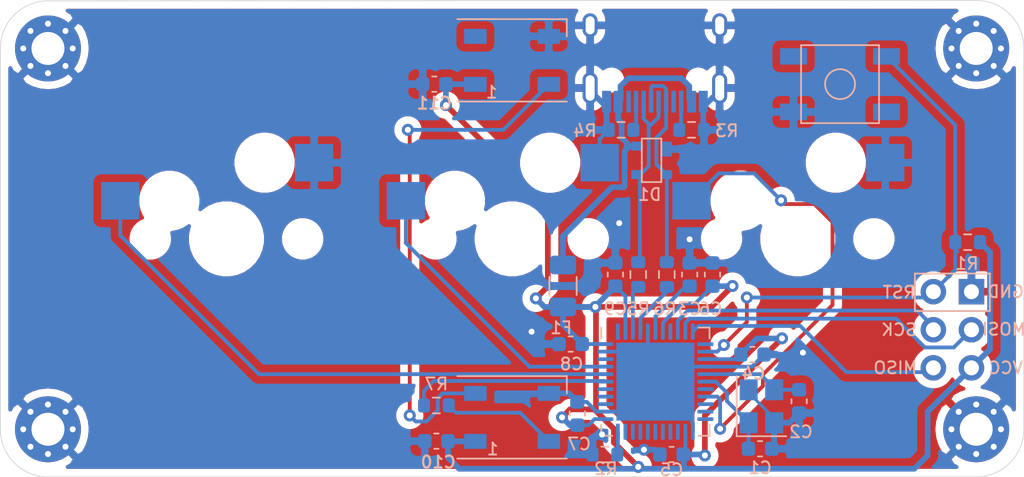
<source format=kicad_pcb>
(kicad_pcb (version 20171130) (host pcbnew "(5.1.9-0-10_14)")
  (layers (0 F.Cu signal hide) (31 B.Cu signal hide) (34 B.Paste user hide) (35 F.Paste user hide) (36 B.SilkS user hide) (37 F.SilkS user hide) (38 B.Mask user) (39 F.Mask user hide) (44 Edge.Cuts user))
  (net 0 "")
  (net 1 GND)
  (net 2 "Net-(C1-Pad1)")
  (net 3 "Net-(C2-Pad1)")
  (net 4 "Net-(C3-Pad1)")
  (net 5 +5V)
  (net 6 VCC)
  (net 7 "Net-(D1-Pad2)")
  (net 8 "Net-(D1-Pad3)")
  (net 9 RST)
  (net 10 MOSI)
  (net 11 SCK)
  (net 12 MISO)
  (net 13 SW1)
  (net 14 SW2)
  (net 15 SW3)
  (net 16 "Net-(R2-Pad2)")
  (net 17 "Net-(R3-Pad1)")
  (net 18 "Net-(R4-Pad1)")
  (net 19 D-)
  (net 20 D+)
  (net 21 "Net-(U1-Pad42)")
  (net 22 "Net-(U1-Pad38)")
  (net 23 "Net-(U1-Pad37)")
  (net 24 "Net-(U1-Pad36)")
  (net 25 "Net-(U1-Pad32)")
  (net 26 "Net-(U1-Pad31)")
  (net 27 "Net-(U1-Pad30)")
  (net 28 "Net-(U1-Pad29)")
  (net 29 "Net-(U1-Pad28)")
  (net 30 "Net-(U1-Pad27)")
  (net 31 "Net-(U1-Pad26)")
  (net 32 "Net-(U1-Pad22)")
  (net 33 "Net-(U1-Pad21)")
  (net 34 "Net-(U1-Pad18)")
  (net 35 "Net-(U1-Pad12)")
  (net 36 "Net-(U1-Pad8)")
  (net 37 "Net-(U1-Pad1)")
  (net 38 "Net-(USB1-Pad3)")
  (net 39 "Net-(USB1-Pad9)")
  (net 40 "Net-(U1-Pad20)")
  (net 41 "Net-(U1-Pad25)")
  (net 42 RGB_DI)
  (net 43 "Net-(D2-Pad2)")
  (net 44 "Net-(D2-Pad4)")
  (net 45 "Net-(D3-Pad2)")
  (module Type-C:HRO-TYPE-C-31-M-12 (layer B.Cu) (at 170.65625 72.85)
    (fp_text reference USB1 hide)
    (fp_text value HRO-TYPE-C-31-M-12 hide)
    (pad 12 smd rect (at 3.225 7.695) (size 0.6 1.45) (layers B.Cu B.Paste B.Mask) (net 1 GND))
    (pad 1 smd rect (at -3.225 7.695) (size 0.6 1.45) (layers B.Cu B.Paste B.Mask) (net 1 GND))
    (pad 11 smd rect (at 2.45 7.695) (size 0.6 1.45) (layers B.Cu B.Paste B.Mask) (net 6 VCC))
    (pad 2 smd rect (at -2.45 7.695) (size 0.6 1.45) (layers B.Cu B.Paste B.Mask) (net 6 VCC))
    (pad 3 smd rect (at -1.75 7.695) (size 0.3 1.45) (layers B.Cu B.Paste B.Mask) (net 38 "Net-(USB1-Pad3)"))
    (pad 10 smd rect (at 1.75 7.695) (size 0.3 1.45) (layers B.Cu B.Paste B.Mask) (net 17 "Net-(R3-Pad1)"))
    (pad 4 smd rect (at -1.25 7.695) (size 0.3 1.45) (layers B.Cu B.Paste B.Mask) (net 18 "Net-(R4-Pad1)"))
    (pad 9 smd rect (at 1.25 7.695) (size 0.3 1.45) (layers B.Cu B.Paste B.Mask) (net 39 "Net-(USB1-Pad9)"))
    (pad 5 smd rect (at -0.75 7.695) (size 0.3 1.45) (layers B.Cu B.Paste B.Mask) (net 8 "Net-(D1-Pad3)"))
    (pad 8 smd rect (at 0.75 7.695) (size 0.3 1.45) (layers B.Cu B.Paste B.Mask) (net 7 "Net-(D1-Pad2)"))
    (pad 7 smd rect (at 0.25 7.695) (size 0.3 1.45) (layers B.Cu B.Paste B.Mask) (net 8 "Net-(D1-Pad3)"))
    (pad 6 smd rect (at -0.25 7.695) (size 0.3 1.45) (layers B.Cu B.Paste B.Mask) (net 7 "Net-(D1-Pad2)"))
    (pad "" np_thru_hole circle (at 2.89 6.25) (size 0.65 0.65) (drill 0.65) (layers *.Cu *.Mask))
    (pad "" np_thru_hole circle (at -2.89 6.25) (size 0.65 0.65) (drill 0.65) (layers *.Cu *.Mask))
    (pad 13 thru_hole oval (at -4.32 6.78) (size 1 2.1) (drill oval 0.6 1.7) (layers *.Cu F.Mask) (net 1 GND))
    (pad 13 thru_hole oval (at 4.32 6.78) (size 1 2.1) (drill oval 0.6 1.7) (layers *.Cu F.Mask) (net 1 GND))
    (pad 13 thru_hole oval (at -4.32 2.6) (size 1 1.6) (drill oval 0.6 1.2) (layers *.Cu F.Mask) (net 1 GND))
    (pad 13 thru_hole oval (at 4.32 2.6) (size 1 1.6) (drill oval 0.6 1.2) (layers *.Cu F.Mask) (net 1 GND))
  )
  (module Package_DFN_QFN:QFN-44-1EP_7x7mm_P0.5mm_EP5.2x5.2mm (layer B.Cu) (at 170.688 99.21875 270)
    (fp_text reference U1 hide)
    (fp_text value ATmega32U4-MU hide)
    (pad 1 smd roundrect (at -3.3375 2.5 270) (size 1.075 0.25) (layers B.Cu B.Paste B.Mask) (net 37 "Net-(U1-Pad1)"))
    (pad 2 smd roundrect (at -3.3375 2 270) (size 1.075 0.25) (layers B.Cu B.Paste B.Mask) (net 5 +5V))
    (pad 3 smd roundrect (at -3.3375 1.5 270) (size 1.075 0.25) (layers B.Cu B.Paste B.Mask) (net 19 D-))
    (pad 4 smd roundrect (at -3.3375 1 270) (size 1.075 0.25) (layers B.Cu B.Paste B.Mask) (net 20 D+))
    (pad 5 smd roundrect (at -3.3375 0.5 270) (size 1.075 0.25) (layers B.Cu B.Paste B.Mask) (net 1 GND))
    (pad 6 smd roundrect (at -3.3375 0 270) (size 1.075 0.25) (layers B.Cu B.Paste B.Mask) (net 4 "Net-(C3-Pad1)"))
    (pad 7 smd roundrect (at -3.3375 -0.5 270) (size 1.075 0.25) (layers B.Cu B.Paste B.Mask) (net 5 +5V))
    (pad 8 smd roundrect (at -3.3375 -1 270) (size 1.075 0.25) (layers B.Cu B.Paste B.Mask) (net 36 "Net-(U1-Pad8)"))
    (pad 9 smd roundrect (at -3.3375 -1.5 270) (size 1.075 0.25) (layers B.Cu B.Paste B.Mask) (net 11 SCK))
    (pad 10 smd roundrect (at -3.3375 -2 270) (size 1.075 0.25) (layers B.Cu B.Paste B.Mask) (net 10 MOSI))
    (pad 11 smd roundrect (at -3.3375 -2.5 270) (size 1.075 0.25) (layers B.Cu B.Paste B.Mask) (net 12 MISO))
    (pad 12 smd roundrect (at -2.5 -3.3375 270) (size 0.25 1.075) (layers B.Cu B.Paste B.Mask) (net 35 "Net-(U1-Pad12)"))
    (pad 13 smd roundrect (at -2 -3.3375 270) (size 0.25 1.075) (layers B.Cu B.Paste B.Mask) (net 9 RST))
    (pad 14 smd roundrect (at -1.5 -3.3375 270) (size 0.25 1.075) (layers B.Cu B.Paste B.Mask) (net 5 +5V))
    (pad 15 smd roundrect (at -1 -3.3375 270) (size 0.25 1.075) (layers B.Cu B.Paste B.Mask) (net 1 GND))
    (pad 16 smd roundrect (at -0.5 -3.3375 270) (size 0.25 1.075) (layers B.Cu B.Paste B.Mask) (net 3 "Net-(C2-Pad1)"))
    (pad 17 smd roundrect (at 0 -3.3375 270) (size 0.25 1.075) (layers B.Cu B.Paste B.Mask) (net 2 "Net-(C1-Pad1)"))
    (pad 18 smd roundrect (at 0.5 -3.3375 270) (size 0.25 1.075) (layers B.Cu B.Paste B.Mask) (net 34 "Net-(U1-Pad18)"))
    (pad 19 smd roundrect (at 1 -3.3375 270) (size 0.25 1.075) (layers B.Cu B.Paste B.Mask) (net 15 SW3))
    (pad 20 smd roundrect (at 1.5 -3.3375 270) (size 0.25 1.075) (layers B.Cu B.Paste B.Mask) (net 40 "Net-(U1-Pad20)"))
    (pad 21 smd roundrect (at 2 -3.3375 270) (size 0.25 1.075) (layers B.Cu B.Paste B.Mask) (net 33 "Net-(U1-Pad21)"))
    (pad 22 smd roundrect (at 2.5 -3.3375 270) (size 0.25 1.075) (layers B.Cu B.Paste B.Mask) (net 32 "Net-(U1-Pad22)"))
    (pad 23 smd roundrect (at 3.3375 -2.5 270) (size 1.075 0.25) (layers B.Cu B.Paste B.Mask) (net 1 GND))
    (pad 24 smd roundrect (at 3.3375 -2 270) (size 1.075 0.25) (layers B.Cu B.Paste B.Mask) (net 5 +5V))
    (pad 25 smd roundrect (at 3.3375 -1.5 270) (size 1.075 0.25) (layers B.Cu B.Paste B.Mask) (net 41 "Net-(U1-Pad25)"))
    (pad 26 smd roundrect (at 3.3375 -1 270) (size 1.075 0.25) (layers B.Cu B.Paste B.Mask) (net 31 "Net-(U1-Pad26)"))
    (pad 27 smd roundrect (at 3.3375 -0.5 270) (size 1.075 0.25) (layers B.Cu B.Paste B.Mask) (net 30 "Net-(U1-Pad27)"))
    (pad 28 smd roundrect (at 3.3375 0 270) (size 1.075 0.25) (layers B.Cu B.Paste B.Mask) (net 29 "Net-(U1-Pad28)"))
    (pad 29 smd roundrect (at 3.3375 0.5 270) (size 1.075 0.25) (layers B.Cu B.Paste B.Mask) (net 28 "Net-(U1-Pad29)"))
    (pad 30 smd roundrect (at 3.3375 1 270) (size 1.075 0.25) (layers B.Cu B.Paste B.Mask) (net 27 "Net-(U1-Pad30)"))
    (pad 31 smd roundrect (at 3.3375 1.5 270) (size 1.075 0.25) (layers B.Cu B.Paste B.Mask) (net 26 "Net-(U1-Pad31)"))
    (pad 32 smd roundrect (at 3.3375 2 270) (size 1.075 0.25) (layers B.Cu B.Paste B.Mask) (net 25 "Net-(U1-Pad32)"))
    (pad 33 smd roundrect (at 3.3375 2.5 270) (size 1.075 0.25) (layers B.Cu B.Paste B.Mask) (net 16 "Net-(R2-Pad2)"))
    (pad 34 smd roundrect (at 2.5 3.3375 270) (size 0.25 1.075) (layers B.Cu B.Paste B.Mask) (net 5 +5V))
    (pad 35 smd roundrect (at 2 3.3375 270) (size 0.25 1.075) (layers B.Cu B.Paste B.Mask) (net 1 GND))
    (pad 36 smd roundrect (at 1.5 3.3375 270) (size 0.25 1.075) (layers B.Cu B.Paste B.Mask) (net 24 "Net-(U1-Pad36)"))
    (pad 37 smd roundrect (at 1 3.3375 270) (size 0.25 1.075) (layers B.Cu B.Paste B.Mask) (net 23 "Net-(U1-Pad37)"))
    (pad 38 smd roundrect (at 0.5 3.3375 270) (size 0.25 1.075) (layers B.Cu B.Paste B.Mask) (net 22 "Net-(U1-Pad38)"))
    (pad 39 smd roundrect (at 0 3.3375 270) (size 0.25 1.075) (layers B.Cu B.Paste B.Mask) (net 42 RGB_DI))
    (pad 40 smd roundrect (at -0.5 3.3375 270) (size 0.25 1.075) (layers B.Cu B.Paste B.Mask) (net 13 SW1))
    (pad 41 smd roundrect (at -1 3.3375 270) (size 0.25 1.075) (layers B.Cu B.Paste B.Mask) (net 14 SW2))
    (pad 42 smd roundrect (at -1.5 3.3375 270) (size 0.25 1.075) (layers B.Cu B.Paste B.Mask) (net 21 "Net-(U1-Pad42)"))
    (pad 43 smd roundrect (at -2 3.3375 270) (size 0.25 1.075) (layers B.Cu B.Paste B.Mask) (net 1 GND))
    (pad 44 smd roundrect (at -2.5 3.3375 270) (size 0.25 1.075) (layers B.Cu B.Paste B.Mask) (net 5 +5V))
    (pad 45 smd rect (at 0 0 270) (size 5.2 5.2) (layers B.Cu B.Mask) (net 1 GND))
  )
  (module Capacitor_SMD:C_0603_1608Metric (layer B.Cu) (at 165.481 101.346 90)
    (fp_text reference C7 (at -2.032 0.127 180) (layer B.SilkS) (effects (font (size 0.8 0.8) (thickness 0.13)) (justify mirror)))
    (fp_text value 0.1uF)
    (pad 2 smd roundrect (at 0.775 0 90) (size 0.9 0.95) (layers B.Cu B.Paste B.Mask) (net 1 GND))
    (pad 1 smd roundrect (at -0.775 0 90) (size 0.9 0.95) (layers B.Cu B.Paste B.Mask) (net 5 +5V))
  )
  (module Crystal:Crystal_SMD_3225-4Pin_3.2x2.5mm (layer B.Cu) (at 177.761 100.8585 90)
    (fp_text reference Y1 hide)
    (fp_text value 16MHz)
    (pad 4 smd rect (at -1.1 0.85 90) (size 1.4 1.2) (layers B.Cu B.Paste B.Mask) (net 1 GND))
    (pad 3 smd rect (at 1.1 0.85 90) (size 1.4 1.2) (layers B.Cu B.Paste B.Mask) (net 3 "Net-(C2-Pad1)"))
    (pad 2 smd rect (at 1.1 -0.85 90) (size 1.4 1.2) (layers B.Cu B.Paste B.Mask) (net 1 GND))
    (pad 1 smd rect (at -1.1 -0.85 90) (size 1.4 1.2) (layers B.Cu B.Paste B.Mask) (net 2 "Net-(C1-Pad1)"))
  )
  (module random-keyboard-parts:SKQG-1155865 (layer B.Cu) (at 183.007 79.375 180)
    (fp_text reference SW1 hide)
    (fp_text value SW_PUSH hide)
    (pad 4 smd rect (at -3.1 -1.85 180) (size 1.8 1.1) (layers B.Cu B.Paste B.Mask))
    (pad 3 smd rect (at 3.1 1.85 180) (size 1.8 1.1) (layers B.Cu B.Paste B.Mask))
    (pad 2 smd rect (at -3.1 1.85 180) (size 1.8 1.1) (layers B.Cu B.Paste B.Mask) (net 9 RST))
    (pad 1 smd rect (at 3.1 -1.85 180) (size 1.8 1.1) (layers B.Cu B.Paste B.Mask) (net 1 GND))
  )
  (module Resistor_SMD:R_0603_1608Metric (layer B.Cu) (at 171.45 92.075 90)
    (fp_text reference R6 (at -2.286 -0.127 180) (layer B.SilkS) (effects (font (size 0.8 0.8) (thickness 0.13)) (justify mirror)))
    (fp_text value 22)
    (pad 2 smd roundrect (at 0.825 0 90) (size 0.8 0.95) (layers B.Cu B.Paste B.Mask) (net 7 "Net-(D1-Pad2)"))
    (pad 1 smd roundrect (at -0.825 0 90) (size 0.8 0.95) (layers B.Cu B.Paste B.Mask) (net 20 D+))
  )
  (module Resistor_SMD:R_0603_1608Metric (layer B.Cu) (at 169.545 92.075 90)
    (fp_text reference R5 (at -2.286 0 180) (layer B.SilkS) (effects (font (size 0.8 0.8) (thickness 0.13)) (justify mirror)))
    (fp_text value 22)
    (pad 2 smd roundrect (at 0.825 0 90) (size 0.8 0.95) (layers B.Cu B.Paste B.Mask) (net 8 "Net-(D1-Pad3)"))
    (pad 1 smd roundrect (at -0.825 0 90) (size 0.8 0.95) (layers B.Cu B.Paste B.Mask) (net 19 D-))
  )
  (module Resistor_SMD:R_0603_1608Metric (layer B.Cu) (at 168.402 82.423 180)
    (fp_text reference R4 (at 2.413 -0.0635) (layer B.SilkS) (effects (font (size 0.8 0.8) (thickness 0.13)) (justify mirror)))
    (fp_text value 5.1k)
    (pad 2 smd roundrect (at 0.825 0 180) (size 0.8 0.95) (layers B.Cu B.Paste B.Mask) (net 1 GND))
    (pad 1 smd roundrect (at -0.825 0 180) (size 0.8 0.95) (layers B.Cu B.Paste B.Mask) (net 18 "Net-(R4-Pad1)"))
  )
  (module Resistor_SMD:R_0603_1608Metric (layer B.Cu) (at 173.101 82.423)
    (fp_text reference R3 (at 2.3495 0.0635) (layer B.SilkS) (effects (font (size 0.8 0.8) (thickness 0.13)) (justify mirror)))
    (fp_text value 5.1k)
    (pad 2 smd roundrect (at 0.825 0) (size 0.8 0.95) (layers B.Cu B.Paste B.Mask) (net 1 GND))
    (pad 1 smd roundrect (at -0.825 0) (size 0.8 0.95) (layers B.Cu B.Paste B.Mask) (net 17 "Net-(R3-Pad1)"))
  )
  (module Resistor_SMD:R_0603_1608Metric (layer B.Cu) (at 167.3225 104.0765)
    (fp_text reference R2 (at 0.0635 0.9525) (layer B.SilkS) (effects (font (size 0.8 0.8) (thickness 0.13)) (justify mirror)))
    (fp_text value 10k)
    (pad 2 smd roundrect (at 0.825 0) (size 0.8 0.95) (layers B.Cu B.Paste B.Mask) (net 16 "Net-(R2-Pad2)"))
    (pad 1 smd roundrect (at -0.825 0) (size 0.8 0.95) (layers B.Cu B.Paste B.Mask) (net 1 GND))
  )
  (module Resistor_SMD:R_0603_1608Metric (layer B.Cu) (at 191.516 89.916 180)
    (fp_text reference R1 (at 0.0508 -1.4224) (layer B.SilkS) (effects (font (size 0.8 0.8) (thickness 0.13)) (justify mirror)))
    (fp_text value 10k)
    (pad 2 smd roundrect (at 0.825 0 180) (size 0.8 0.95) (layers B.Cu B.Paste B.Mask) (net 9 RST))
    (pad 1 smd roundrect (at -0.825 0 180) (size 0.8 0.95) (layers B.Cu B.Paste B.Mask) (net 5 +5V))
  )
  (module random-keyboard-parts:Reset_Pretty-Mask (layer B.Cu) (at 190.5 95.758)
    (fp_text reference J1)
    (fp_text value AVR-ISP-6)
    (fp_text user MISO (at -3.81 2.54) (layer B.SilkS) (effects (font (size 0.8 0.8) (thickness 0.13)) (justify mirror)))
    (fp_text user VCC (at 3.556 2.54) (layer B.SilkS) (effects (font (size 0.8 0.8) (thickness 0.13)) (justify mirror)))
    (fp_text user SCK (at -3.556 0) (layer B.SilkS) (effects (font (size 0.8 0.8) (thickness 0.13)) (justify mirror)))
    (fp_text user MOSI (at 3.429 -0.03175) (layer B.SilkS) (effects (font (size 0.8 0.8) (thickness 0.13)) (justify mirror)))
    (fp_text user RST (at -3.556 -2.5) (layer B.SilkS) (effects (font (size 0.8 0.8) (thickness 0.13)) (justify mirror)))
    (fp_text user GND (at 3.556 -2.54) (layer B.SilkS) (effects (font (size 0.8 0.8) (thickness 0.13)) (justify mirror)))
    (pad 6 thru_hole rect (at 1.27 -2.54) (size 1.7 1.7) (drill 1) (layers *.Cu B.Mask) (net 1 GND))
    (pad 5 thru_hole circle (at -1.27 -2.54) (size 1.7 1.7) (drill 1) (layers *.Cu B.Mask) (net 9 RST))
    (pad 4 thru_hole circle (at 1.27 0) (size 1.7 1.7) (drill 1) (layers *.Cu B.Mask) (net 10 MOSI))
    (pad 3 thru_hole circle (at -1.27 0) (size 1.7 1.7) (drill 1) (layers *.Cu B.Mask) (net 11 SCK))
    (pad 2 thru_hole circle (at 1.27 2.54) (size 1.7 1.7) (drill 1) (layers *.Cu B.Mask) (net 5 +5V))
    (pad 1 thru_hole circle (at -1.27 2.54) (size 1.7 1.7) (drill 1) (layers *.Cu B.Mask) (net 12 MISO))
  )
  (module Fuse:Fuse_1206_3216Metric (layer B.Cu) (at 164.5285 92.837 270)
    (fp_text reference F1 (at 2.794 0.127 180) (layer B.SilkS) (effects (font (size 0.8 0.8) (thickness 0.13)) (justify mirror)))
    (fp_text value 500mA)
    (pad 2 smd roundrect (at 1.4 0 270) (size 1.25 1.75) (layers B.Cu B.Paste B.Mask) (roundrect_rratio 0.2) (net 5 +5V))
    (pad 1 smd roundrect (at -1.4 0 270) (size 1.25 1.75) (layers B.Cu B.Paste B.Mask) (roundrect_rratio 0.2) (net 6 VCC))
  )
  (module random-keyboard-parts:SOT143B (layer B.Cu) (at 170.434 84.455 180)
    (fp_text reference D1 (at 0.127 -2.286) (layer B.SilkS) (effects (font (size 0.8 0.8) (thickness 0.13)) (justify mirror)))
    (fp_text value PRTR5V0U2X)
    (pad 1 smd rect (at -1 0.75 270) (size 1 0.7) (layers B.Cu B.Paste B.Mask) (net 1 GND))
    (pad 4 smd rect (at 1 0.95 270) (size 0.6 0.7) (layers B.Cu B.Paste B.Mask) (net 6 VCC))
    (pad 2 smd rect (at -1 -0.95 270) (size 0.6 0.7) (layers B.Cu B.Paste B.Mask) (net 7 "Net-(D1-Pad2)"))
    (pad 3 smd rect (at 1 -0.95 270) (size 0.6 0.7) (layers B.Cu B.Paste B.Mask) (net 8 "Net-(D1-Pad3)"))
  )
  (module Capacitor_SMD:C_0603_1608Metric (layer B.Cu) (at 165.0365 96.7105 180)
    (fp_text reference C8 (at -0.0635 -1.3335) (layer B.SilkS) (effects (font (size 0.8 0.8) (thickness 0.13)) (justify mirror)))
    (fp_text value 0.1uF)
    (pad 2 smd roundrect (at 0.775 0 180) (size 0.9 0.95) (layers B.Cu B.Paste B.Mask) (net 1 GND))
    (pad 1 smd roundrect (at -0.775 0 180) (size 0.9 0.95) (layers B.Cu B.Paste B.Mask) (net 5 +5V))
  )
  (module Capacitor_SMD:C_0603_1608Metric (layer B.Cu) (at 174.498 92.075 90)
    (fp_text reference C6 (at -2.286 -0.127 180) (layer B.SilkS) (effects (font (size 0.8 0.8) (thickness 0.13)) (justify mirror)))
    (fp_text value 0.1uF)
    (pad 2 smd roundrect (at 0.775 0 90) (size 0.9 0.95) (layers B.Cu B.Paste B.Mask) (net 1 GND))
    (pad 1 smd roundrect (at -0.775 0 90) (size 0.9 0.95) (layers B.Cu B.Paste B.Mask) (net 5 +5V))
  )
  (module Capacitor_SMD:C_0603_1608Metric (layer B.Cu) (at 171.7675 104.0765 180)
    (fp_text reference C5 (at 0 -1.016) (layer B.SilkS) (effects (font (size 0.8 0.8) (thickness 0.13)) (justify mirror)))
    (fp_text value 0.1uF)
    (pad 2 smd roundrect (at 0.775 0 180) (size 0.9 0.95) (layers B.Cu B.Paste B.Mask) (net 1 GND))
    (pad 1 smd roundrect (at -0.775 0 180) (size 0.9 0.95) (layers B.Cu B.Paste B.Mask) (net 5 +5V))
  )
  (module Capacitor_SMD:C_0603_1608Metric (layer B.Cu) (at 172.974 92.075 90)
    (fp_text reference C3 (at -2.286 0 180) (layer B.SilkS) (effects (font (size 0.8 0.8) (thickness 0.13)) (justify mirror)))
    (fp_text value 1uF)
    (pad 2 smd roundrect (at 0.775 0 90) (size 0.9 0.95) (layers B.Cu B.Paste B.Mask) (net 1 GND))
    (pad 1 smd roundrect (at -0.775 0 90) (size 0.9 0.95) (layers B.Cu B.Paste B.Mask) (net 4 "Net-(C3-Pad1)"))
  )
  (module Capacitor_SMD:C_0603_1608Metric (layer B.Cu) (at 180.2765 100.5335 270)
    (fp_text reference C2 (at 2.032 -0.127 180) (layer B.SilkS) (effects (font (size 0.8 0.8) (thickness 0.13)) (justify mirror)))
    (fp_text value 22pF)
    (pad 2 smd roundrect (at 0.775 0 270) (size 0.9 0.95) (layers B.Cu B.Paste B.Mask) (net 1 GND))
    (pad 1 smd roundrect (at -0.775 0 270) (size 0.9 0.95) (layers B.Cu B.Paste B.Mask) (net 3 "Net-(C2-Pad1)"))
  )
  (module Capacitor_SMD:C_0603_1608Metric (layer B.Cu) (at 177.673 103.6955)
    (fp_text reference C1 (at 0 1.27) (layer B.SilkS) (effects (font (size 0.8 0.8) (thickness 0.13)) (justify mirror)))
    (fp_text value 22pF)
    (pad 2 smd roundrect (at 0.775 0) (size 0.9 0.95) (layers B.Cu B.Paste B.Mask) (net 1 GND))
    (pad 1 smd roundrect (at -0.775 0) (size 0.9 0.95) (layers B.Cu B.Paste B.Mask) (net 2 "Net-(C1-Pad1)"))
  )
  (module MX_Only:MXOnly-1U-Hotswap (layer F.Cu) (at 142.08125 89.69375)
    (fp_text reference MX1 hide)
    (fp_text value MX-NoLED hide)
    (pad "" np_thru_hole circle (at 2.54 -5.08) (size 3 3) (drill 3) (layers *.Cu *.Mask))
    (pad "" np_thru_hole circle (at 0 0) (size 3.9878 3.9878) (drill 3.9878) (layers *.Cu *.Mask))
    (pad "" np_thru_hole circle (at -3.81 -2.54) (size 3 3) (drill 3) (layers *.Cu *.Mask))
    (pad "" np_thru_hole circle (at -5.08 0 48.0996) (size 1.75 1.75) (drill 1.75) (layers *.Cu *.Mask))
    (pad "" np_thru_hole circle (at 5.08 0 48.0996) (size 1.75 1.75) (drill 1.75) (layers *.Cu *.Mask))
    (pad 1 smd rect (at -7.085 -2.54) (size 2.55 2.5) (layers B.Cu B.Paste B.Mask) (net 13 SW1))
    (pad 2 smd rect (at 5.842 -5.08) (size 2.55 2.5) (layers B.Cu B.Paste B.Mask) (net 1 GND))
  )
  (module MX_Only:MXOnly-1U-Hotswap (layer F.Cu) (at 161.13125 89.69375)
    (fp_text reference MX2 hide)
    (fp_text value MX-NoLED hide)
    (pad 2 smd rect (at 5.842 -5.08) (size 2.55 2.5) (layers B.Cu B.Paste B.Mask) (net 1 GND))
    (pad 1 smd rect (at -7.085 -2.54) (size 2.55 2.5) (layers B.Cu B.Paste B.Mask) (net 14 SW2))
    (pad "" np_thru_hole circle (at 5.08 0 48.0996) (size 1.75 1.75) (drill 1.75) (layers *.Cu *.Mask))
    (pad "" np_thru_hole circle (at -5.08 0 48.0996) (size 1.75 1.75) (drill 1.75) (layers *.Cu *.Mask))
    (pad "" np_thru_hole circle (at -3.81 -2.54) (size 3 3) (drill 3) (layers *.Cu *.Mask))
    (pad "" np_thru_hole circle (at 0 0) (size 3.9878 3.9878) (drill 3.9878) (layers *.Cu *.Mask))
    (pad "" np_thru_hole circle (at 2.54 -5.08) (size 3 3) (drill 3) (layers *.Cu *.Mask))
  )
  (module MX_Only:MXOnly-1U-Hotswap (layer F.Cu) (at 180.18125 89.69375)
    (fp_text reference MX3 hide)
    (fp_text value MX-NoLED hide)
    (pad "" np_thru_hole circle (at 2.54 -5.08) (size 3 3) (drill 3) (layers *.Cu *.Mask))
    (pad "" np_thru_hole circle (at 0 0) (size 3.9878 3.9878) (drill 3.9878) (layers *.Cu *.Mask))
    (pad "" np_thru_hole circle (at -3.81 -2.54) (size 3 3) (drill 3) (layers *.Cu *.Mask))
    (pad "" np_thru_hole circle (at -5.08 0 48.0996) (size 1.75 1.75) (drill 1.75) (layers *.Cu *.Mask))
    (pad "" np_thru_hole circle (at 5.08 0 48.0996) (size 1.75 1.75) (drill 1.75) (layers *.Cu *.Mask))
    (pad 1 smd rect (at -7.085 -2.54) (size 2.55 2.5) (layers B.Cu B.Paste B.Mask) (net 15 SW3))
    (pad 2 smd rect (at 5.842 -5.08) (size 2.55 2.5) (layers B.Cu B.Paste B.Mask) (net 1 GND))
  )
  (module Capacitor_SMD:C_0603_1608Metric (layer B.Cu) (at 168.021 92.075 90)
    (fp_text reference C9 (at -2.286 0 180) (layer B.SilkS) (effects (font (size 0.8 0.8) (thickness 0.13)) (justify mirror)))
    (fp_text value 10uF)
    (pad 1 smd roundrect (at -0.775 0 90) (size 0.9 0.95) (layers B.Cu B.Paste B.Mask) (net 5 +5V))
    (pad 2 smd roundrect (at 0.775 0 90) (size 0.9 0.95) (layers B.Cu B.Paste B.Mask) (net 1 GND))
  )
  (module LED_SMD:LED_WS2812B_PLCC4_5.0x5.0mm_P3.2mm (layer B.Cu) (at 161.13125 101.6)
    (fp_text reference D2 hide)
    (fp_text value WS2812B hide)
    (fp_text user 1 (at -1.2965 2.11475) (layer B.SilkS) (effects (font (size 0.8 0.8) (thickness 0.13)) (justify mirror)))
    (pad 1 smd rect (at -2.45 1.6) (size 1.5 1) (layers B.Cu B.Paste B.Mask) (net 5 +5V))
    (pad 2 smd rect (at -2.45 -1.6) (size 1.5 1) (layers B.Cu B.Paste B.Mask) (net 43 "Net-(D2-Pad2)"))
    (pad 4 smd rect (at 2.45 1.6) (size 1.5 1) (layers B.Cu B.Paste B.Mask) (net 44 "Net-(D2-Pad4)"))
    (pad 3 smd rect (at 2.45 -1.6) (size 1.5 1) (layers B.Cu B.Paste B.Mask) (net 1 GND))
  )
  (module LED_SMD:LED_WS2812B_PLCC4_5.0x5.0mm_P3.2mm (layer B.Cu) (at 161.13125 77.7875)
    (fp_text reference D3 hide)
    (fp_text value WS2812B hide)
    (fp_text user 1 (at -1.36525 2.12725) (layer B.SilkS) (effects (font (size 0.8 0.8) (thickness 0.13)) (justify mirror)))
    (pad 3 smd rect (at 2.45 -1.6) (size 1.5 1) (layers B.Cu B.Paste B.Mask) (net 1 GND))
    (pad 4 smd rect (at 2.45 1.6) (size 1.5 1) (layers B.Cu B.Paste B.Mask) (net 43 "Net-(D2-Pad2)"))
    (pad 2 smd rect (at -2.45 -1.6) (size 1.5 1) (layers B.Cu B.Paste B.Mask) (net 45 "Net-(D3-Pad2)"))
    (pad 1 smd rect (at -2.45 1.6) (size 1.5 1) (layers B.Cu B.Paste B.Mask) (net 5 +5V))
  )
  (module Resistor_SMD:R_0603_1608Metric (layer B.Cu) (at 156.083 100.80625 180)
    (fp_text reference R7 (at 0 1.43) (layer B.SilkS) (effects (font (size 0.8 0.8) (thickness 0.13)) (justify mirror)))
    (fp_text value 470)
    (pad 1 smd roundrect (at -0.825 0 180) (size 0.8 0.95) (layers B.Cu B.Paste B.Mask) (net 44 "Net-(D2-Pad4)"))
    (pad 2 smd roundrect (at 0.825 0 180) (size 0.8 0.95) (layers B.Cu B.Paste B.Mask) (net 42 RGB_DI))
  )
  (module Capacitor_SMD:C_0603_1608Metric (layer B.Cu) (at 156.083 103.1875 180)
    (fp_text reference C10 (at -0.127 -1.397) (layer B.SilkS) (effects (font (size 0.8 0.8)) (justify mirror)))
    (fp_text value 0.1uF)
    (pad 1 smd roundrect (at -0.775 0 180) (size 0.9 0.95) (layers B.Cu B.Paste B.Mask) (net 5 +5V))
    (pad 2 smd roundrect (at 0.775 0 180) (size 0.9 0.95) (layers B.Cu B.Paste B.Mask) (net 1 GND))
  )
  (module Capacitor_SMD:C_0603_1608Metric (layer B.Cu) (at 155.943 79.375 180)
    (fp_text reference C11 (at 0 -1.27) (layer B.SilkS) (effects (font (size 0.8 0.8)) (justify mirror)))
    (fp_text value 0.1uF)
    (pad 2 smd roundrect (at 0.775 0 180) (size 0.9 0.95) (layers B.Cu B.Paste B.Mask) (net 1 GND))
    (pad 1 smd roundrect (at -0.775 0 180) (size 0.9 0.95) (layers B.Cu B.Paste B.Mask) (net 5 +5V))
  )
  (module Capacitor_SMD:C_0603_1608Metric (layer B.Cu) (at 177.165 97.409)
    (fp_text reference C4 (at 0.0635 1.27) (layer B.SilkS) (effects (font (size 0.8 0.8)) (justify mirror)))
    (fp_text value 0.1uF)
    (pad 1 smd roundrect (at -0.775 0) (size 0.9 0.95) (layers B.Cu B.Paste B.Mask) (net 5 +5V))
    (pad 2 smd roundrect (at 0.775 0) (size 0.9 0.95) (layers B.Cu B.Paste B.Mask) (net 1 GND))
  )
  (module MountingHole:MountingHole_2.2mm_M2_Pad_Via (layer F.Cu) (at 130.175 76.99375)
    (fp_text reference H1 hide)
    (fp_text value MountingHole)
    (pad 1 thru_hole circle (at 0 0) (size 4.4 4.4) (drill 2.2) (layers *.Cu *.Mask) (net 1 GND))
    (pad 1 thru_hole circle (at 1.65 0) (size 0.7 0.7) (drill 0.4) (layers *.Cu *.Mask) (net 1 GND))
    (pad 1 thru_hole circle (at 1.166726 1.166726) (size 0.7 0.7) (drill 0.4) (layers *.Cu *.Mask) (net 1 GND))
    (pad 1 thru_hole circle (at 0 1.65) (size 0.7 0.7) (drill 0.4) (layers *.Cu *.Mask) (net 1 GND))
    (pad 1 thru_hole circle (at -1.166726 1.166726) (size 0.7 0.7) (drill 0.4) (layers *.Cu *.Mask) (net 1 GND))
    (pad 1 thru_hole circle (at -1.65 0) (size 0.7 0.7) (drill 0.4) (layers *.Cu *.Mask) (net 1 GND))
    (pad 1 thru_hole circle (at -1.166726 -1.166726) (size 0.7 0.7) (drill 0.4) (layers *.Cu *.Mask) (net 1 GND))
    (pad 1 thru_hole circle (at 0 -1.65) (size 0.7 0.7) (drill 0.4) (layers *.Cu *.Mask) (net 1 GND))
    (pad 1 thru_hole circle (at 1.166726 -1.166726) (size 0.7 0.7) (drill 0.4) (layers *.Cu *.Mask) (net 1 GND))
  )
  (module MountingHole:MountingHole_2.2mm_M2_Pad_Via (layer F.Cu) (at 130.175 102.39375)
    (fp_text reference H2 hide)
    (fp_text value MountingHole)
    (pad 1 thru_hole circle (at 1.166726 -1.166726) (size 0.7 0.7) (drill 0.4) (layers *.Cu *.Mask) (net 1 GND))
    (pad 1 thru_hole circle (at 0 -1.65) (size 0.7 0.7) (drill 0.4) (layers *.Cu *.Mask) (net 1 GND))
    (pad 1 thru_hole circle (at -1.166726 -1.166726) (size 0.7 0.7) (drill 0.4) (layers *.Cu *.Mask) (net 1 GND))
    (pad 1 thru_hole circle (at -1.65 0) (size 0.7 0.7) (drill 0.4) (layers *.Cu *.Mask) (net 1 GND))
    (pad 1 thru_hole circle (at -1.166726 1.166726) (size 0.7 0.7) (drill 0.4) (layers *.Cu *.Mask) (net 1 GND))
    (pad 1 thru_hole circle (at 0 1.65) (size 0.7 0.7) (drill 0.4) (layers *.Cu *.Mask) (net 1 GND))
    (pad 1 thru_hole circle (at 1.166726 1.166726) (size 0.7 0.7) (drill 0.4) (layers *.Cu *.Mask) (net 1 GND))
    (pad 1 thru_hole circle (at 1.65 0) (size 0.7 0.7) (drill 0.4) (layers *.Cu *.Mask) (net 1 GND))
    (pad 1 thru_hole circle (at 0 0) (size 4.4 4.4) (drill 2.2) (layers *.Cu *.Mask) (net 1 GND))
  )
  (module MountingHole:MountingHole_2.2mm_M2_Pad_Via (layer F.Cu) (at 192.0875 76.99375)
    (fp_text reference H3 hide)
    (fp_text value MountingHole)
    (pad 1 thru_hole circle (at 0 0) (size 4.4 4.4) (drill 2.2) (layers *.Cu *.Mask) (net 1 GND))
    (pad 1 thru_hole circle (at 1.65 0) (size 0.7 0.7) (drill 0.4) (layers *.Cu *.Mask) (net 1 GND))
    (pad 1 thru_hole circle (at 1.166726 1.166726) (size 0.7 0.7) (drill 0.4) (layers *.Cu *.Mask) (net 1 GND))
    (pad 1 thru_hole circle (at 0 1.65) (size 0.7 0.7) (drill 0.4) (layers *.Cu *.Mask) (net 1 GND))
    (pad 1 thru_hole circle (at -1.166726 1.166726) (size 0.7 0.7) (drill 0.4) (layers *.Cu *.Mask) (net 1 GND))
    (pad 1 thru_hole circle (at -1.65 0) (size 0.7 0.7) (drill 0.4) (layers *.Cu *.Mask) (net 1 GND))
    (pad 1 thru_hole circle (at -1.166726 -1.166726) (size 0.7 0.7) (drill 0.4) (layers *.Cu *.Mask) (net 1 GND))
    (pad 1 thru_hole circle (at 0 -1.65) (size 0.7 0.7) (drill 0.4) (layers *.Cu *.Mask) (net 1 GND))
    (pad 1 thru_hole circle (at 1.166726 -1.166726) (size 0.7 0.7) (drill 0.4) (layers *.Cu *.Mask) (net 1 GND))
  )
  (module MountingHole:MountingHole_2.2mm_M2_Pad_Via (layer F.Cu) (at 192.0875 102.39375)
    (fp_text reference H4 hide)
    (fp_text value MountingHole)
    (pad 1 thru_hole circle (at 1.166726 -1.166726) (size 0.7 0.7) (drill 0.4) (layers *.Cu *.Mask) (net 1 GND))
    (pad 1 thru_hole circle (at 0 -1.65) (size 0.7 0.7) (drill 0.4) (layers *.Cu *.Mask) (net 1 GND))
    (pad 1 thru_hole circle (at -1.166726 -1.166726) (size 0.7 0.7) (drill 0.4) (layers *.Cu *.Mask) (net 1 GND))
    (pad 1 thru_hole circle (at -1.65 0) (size 0.7 0.7) (drill 0.4) (layers *.Cu *.Mask) (net 1 GND))
    (pad 1 thru_hole circle (at -1.166726 1.166726) (size 0.7 0.7) (drill 0.4) (layers *.Cu *.Mask) (net 1 GND))
    (pad 1 thru_hole circle (at 0 1.65) (size 0.7 0.7) (drill 0.4) (layers *.Cu *.Mask) (net 1 GND))
    (pad 1 thru_hole circle (at 1.166726 1.166726) (size 0.7 0.7) (drill 0.4) (layers *.Cu *.Mask) (net 1 GND))
    (pad 1 thru_hole circle (at 1.65 0) (size 0.7 0.7) (drill 0.4) (layers *.Cu *.Mask) (net 1 GND))
    (pad 1 thru_hole circle (at 0 0) (size 4.4 4.4) (drill 2.2) (layers *.Cu *.Mask) (net 1 GND))
  )
  (gr_arc (start 192.0875 76.962) (end 195.2625 76.962) (angle -90) (layer Edge.Cuts) (width 0.05))
  (gr_line (start 130.175 73.81875) (end 192.0875 73.787) (layer Edge.Cuts) (width 0.05))
  (gr_arc (start 130.175 76.99375) (end 130.175 73.81875) (angle -90) (layer Edge.Cuts) (width 0.05))
  (gr_line (start 195.2625 102.39375) (end 195.2625 76.962) (layer Edge.Cuts) (width 0.05))
  (gr_line (start 130.175 105.56875) (end 192.0875 105.56875) (layer Edge.Cuts) (width 0.05))
  (gr_line (start 127 76.99375) (end 127 102.39375) (layer Edge.Cuts) (width 0.05))
  (gr_arc (start 130.175 102.39375) (end 127 102.39375) (angle -90) (layer Edge.Cuts) (width 0.05))
  (gr_arc (start 192.0875 102.39375) (end 192.0875 105.56875) (angle -90) (layer Edge.Cuts) (width 0.05))
  (segment (start 173.88125 80.72) (end 173.99 80.82875) (width 0.38) (layer B.Cu) (net 1))
  (via (at 162.433 95.885) (size 0.8) (drill 0.4) (layers F.Cu B.Cu) (net 1))
  (segment (start 182.587 99.76) (end 182.587 100.16) (width 0.254) (layer B.Cu) (net 1))
  (segment (start 170.188 98.71875) (end 170.688 99.21875) (width 0.254) (layer B.Cu) (net 1))
  (segment (start 170.188 95.88125) (end 170.188 98.71875) (width 0.254) (layer B.Cu) (net 1))
  (segment (start 167.43125 80.72) (end 167.386 80.76525) (width 0.38) (layer B.Cu) (net 1))
  (segment (start 167.25125 80.72) (end 166.33625 79.805) (width 0.381) (layer B.Cu) (net 1))
  (segment (start 167.43125 80.72) (end 167.25125 80.72) (width 0.381) (layer B.Cu) (net 1))
  (segment (start 174.06125 80.72) (end 174.97625 79.805) (width 0.381) (layer B.Cu) (net 1))
  (segment (start 173.88125 80.72) (end 174.06125 80.72) (width 0.381) (layer B.Cu) (net 1))
  (segment (start 168.688 101.21875) (end 170.688 99.21875) (width 0.254) (layer B.Cu) (net 1))
  (segment (start 167.3505 101.21875) (end 168.688 101.21875) (width 0.254) (layer B.Cu) (net 1))
  (segment (start 173.14001 101.67076) (end 170.688 99.21875) (width 0.254) (layer B.Cu) (net 1))
  (segment (start 173.14001 101.921612) (end 173.14001 101.67076) (width 0.254) (layer B.Cu) (net 1))
  (segment (start 173.188 101.969602) (end 173.14001 101.921612) (width 0.254) (layer B.Cu) (net 1))
  (segment (start 173.188 102.55625) (end 173.188 101.969602) (width 0.254) (layer B.Cu) (net 1))
  (segment (start 171.688 98.21875) (end 170.688 99.21875) (width 0.254) (layer B.Cu) (net 1))
  (segment (start 174.0255 98.21875) (end 171.688 98.21875) (width 0.254) (layer B.Cu) (net 1))
  (segment (start 168.73599 97.26674) (end 170.688 99.21875) (width 0.254) (layer B.Cu) (net 1))
  (segment (start 167.3505 97.21875) (end 167.44975 97.21875) (width 0.254) (layer B.Cu) (net 1))
  (segment (start 166.97325 83.02675) (end 167.577 82.423) (width 0.254) (layer B.Cu) (net 1))
  (segment (start 166.97325 84.61375) (end 166.97325 83.02675) (width 0.254) (layer B.Cu) (net 1))
  (segment (start 168.688 97.21875) (end 170.688 99.21875) (width 0.254) (layer B.Cu) (net 1))
  (segment (start 167.3505 97.21875) (end 168.688 97.21875) (width 0.254) (layer B.Cu) (net 1))
  (segment (start 166.105 75.39375) (end 166.33625 75.625) (width 0.381) (layer B.Cu) (net 1))
  (via (at 169.926 103.759) (size 0.8) (drill 0.4) (layers F.Cu B.Cu) (net 1))
  (segment (start 170.675 103.759) (end 170.9925 104.0765) (width 0.381) (layer B.Cu) (net 1))
  (segment (start 164.91 100) (end 163.58125 100) (width 0.381) (layer B.Cu) (net 1))
  (segment (start 166.762148 101.21875) (end 166.114398 100.571) (width 0.254) (layer B.Cu) (net 1))
  (segment (start 165.481 100.571) (end 164.91 100) (width 0.381) (layer B.Cu) (net 1))
  (segment (start 167.3505 101.21875) (end 166.762148 101.21875) (width 0.254) (layer B.Cu) (net 1))
  (segment (start 166.114398 100.571) (end 165.481 100.571) (width 0.254) (layer B.Cu) (net 1))
  (segment (start 179.6265 101.9585) (end 180.2765 101.3085) (width 0.381) (layer B.Cu) (net 1))
  (segment (start 178.611 101.9585) (end 179.6265 101.9585) (width 0.381) (layer B.Cu) (net 1))
  (segment (start 178.611 103.5325) (end 178.448 103.6955) (width 0.381) (layer B.Cu) (net 1))
  (segment (start 178.611 101.9585) (end 178.611 103.5325) (width 0.381) (layer B.Cu) (net 1))
  (segment (start 178.611 101.655598) (end 178.611 101.9585) (width 0.381) (layer B.Cu) (net 1))
  (segment (start 176.911 99.955598) (end 178.611 101.655598) (width 0.2032) (layer B.Cu) (net 1))
  (segment (start 176.911 99.7585) (end 176.911 99.955598) (width 0.381) (layer B.Cu) (net 1))
  (via (at 168.275 88.646) (size 0.8) (drill 0.4) (layers F.Cu B.Cu) (net 1))
  (segment (start 169.926 103.759) (end 170.675 103.759) (width 0.381) (layer B.Cu) (net 1))
  (via (at 172.974 89.7255) (size 0.8) (drill 0.4) (layers F.Cu B.Cu) (net 1))
  (via (at 180.5305 97.282) (size 0.8) (drill 0.4) (layers F.Cu B.Cu) (net 1))
  (segment (start 173.88125 82.37825) (end 173.926 82.423) (width 0.381) (layer B.Cu) (net 1))
  (segment (start 173.88125 80.72) (end 173.88125 82.37825) (width 0.381) (layer B.Cu) (net 1))
  (segment (start 167.43125 82.27725) (end 167.577 82.423) (width 0.381) (layer B.Cu) (net 1))
  (segment (start 167.43125 80.72) (end 167.43125 82.27725) (width 0.381) (layer B.Cu) (net 1))
  (via (at 167.132 102.743) (size 0.8) (drill 0.4) (layers F.Cu B.Cu) (net 1))
  (segment (start 178.3845 97.409) (end 178.3845 97.545764) (width 0.254) (layer B.Cu) (net 1))
  (segment (start 177.13025 98.21875) (end 174.0255 98.21875) (width 0.254) (layer B.Cu) (net 1))
  (segment (start 177.94 97.409) (end 177.13025 98.21875) (width 0.254) (layer B.Cu) (net 1))
  (segment (start 174.716712 99.21875) (end 174.0255 99.21875) (width 0.254) (layer B.Cu) (net 2))
  (segment (start 175.46001 99.962048) (end 175.46001 100.50751) (width 0.254) (layer B.Cu) (net 2))
  (segment (start 175.46001 100.50751) (end 176.911 101.9585) (width 0.254) (layer B.Cu) (net 2))
  (segment (start 174.716712 99.21875) (end 175.46001 99.962048) (width 0.254) (layer B.Cu) (net 2))
  (segment (start 176.898 101.9715) (end 176.911 101.9585) (width 0.254) (layer B.Cu) (net 2))
  (segment (start 176.898 103.6955) (end 176.898 101.9715) (width 0.254) (layer B.Cu) (net 2))
  (segment (start 175.42675 98.71875) (end 174.0255 98.71875) (width 0.25) (layer B.Cu) (net 3))
  (segment (start 175.85525 98.71875) (end 175.42675 98.71875) (width 0.25) (layer B.Cu) (net 3))
  (segment (start 180.2765 99.7585) (end 178.611 99.7585) (width 0.254) (layer B.Cu) (net 3))
  (segment (start 178.611 99.6585) (end 178.611 99.7585) (width 0.254) (layer B.Cu) (net 3))
  (segment (start 175.42675 98.71875) (end 177.67125 98.71875) (width 0.254) (layer B.Cu) (net 3))
  (segment (start 177.67125 98.71875) (end 178.611 99.6585) (width 0.254) (layer B.Cu) (net 3))
  (segment (start 172.720306 92.85) (end 173.228 92.85) (width 0.254) (layer B.Cu) (net 4))
  (segment (start 170.688 94.882306) (end 170.688 95.88125) (width 0.254) (layer B.Cu) (net 4))
  (segment (start 172.720306 92.85) (end 170.688 94.882306) (width 0.254) (layer B.Cu) (net 4))
  (segment (start 172.974 92.85) (end 172.720306 92.85) (width 0.254) (layer B.Cu) (net 4))
  (segment (start 168.688 93.517) (end 168.021 92.85) (width 0.254) (layer B.Cu) (net 5))
  (segment (start 188.849 104.14) (end 187.96 105.029) (width 0.381) (layer B.Cu) (net 5))
  (segment (start 172.479 104.915) (end 172.593 105.029) (width 0.254) (layer B.Cu) (net 5))
  (segment (start 187.96 105.029) (end 172.593 105.029) (width 0.381) (layer B.Cu) (net 5))
  (segment (start 172.688 103.931) (end 172.479 104.14) (width 0.254) (layer B.Cu) (net 5))
  (segment (start 172.688 102.55625) (end 172.688 103.931) (width 0.254) (layer B.Cu) (net 5))
  (segment (start 164.211 94.618) (end 165.24975 94.618) (width 0.254) (layer B.Cu) (net 5))
  (segment (start 168.688 95.88125) (end 168.688 94.393) (width 0.254) (layer B.Cu) (net 5))
  (segment (start 168.688 94.393) (end 168.688 93.517) (width 0.254) (layer B.Cu) (net 5))
  (segment (start 174.31099 93.03701) (end 174.31099 93.025056) (width 0.254) (layer B.Cu) (net 5))
  (via (at 169.545 104.902) (size 0.8) (drill 0.4) (layers F.Cu B.Cu) (net 5))
  (segment (start 167.34225 101.727) (end 167.3505 101.71875) (width 0.254) (layer B.Cu) (net 5))
  (segment (start 167.34225 96.7105) (end 167.3505 96.71875) (width 0.254) (layer B.Cu) (net 5))
  (segment (start 165.8115 96.7105) (end 167.34225 96.7105) (width 0.254) (layer B.Cu) (net 5))
  (via (at 162.71875 93.6625) (size 0.8) (drill 0.4) (layers F.Cu B.Cu) (net 5))
  (segment (start 163.29325 94.237) (end 162.71875 93.6625) (width 0.381) (layer B.Cu) (net 5))
  (segment (start 164.5285 94.237) (end 163.29325 94.237) (width 0.381) (layer B.Cu) (net 5))
  (via (at 156.718 80.772) (size 0.8) (drill 0.4) (layers F.Cu B.Cu) (net 5))
  (segment (start 163.515651 92.865599) (end 163.515651 87.823651) (width 0.381) (layer F.Cu) (net 5))
  (segment (start 162.71875 93.6625) (end 163.515651 92.865599) (width 0.381) (layer F.Cu) (net 5))
  (segment (start 163.515651 87.569651) (end 163.515651 87.823651) (width 0.381) (layer F.Cu) (net 5))
  (segment (start 156.779 80.711) (end 156.718 80.772) (width 0.381) (layer B.Cu) (net 5))
  (segment (start 156.8705 103.2) (end 156.858 103.1875) (width 0.381) (layer B.Cu) (net 5))
  (segment (start 158.68125 103.2) (end 156.8705 103.2) (width 0.381) (layer B.Cu) (net 5))
  (segment (start 167.3505 101.71875) (end 166.62875 101.71875) (width 0.254) (layer B.Cu) (net 5))
  (segment (start 156.718 80.772) (end 163.515651 87.569651) (width 0.381) (layer F.Cu) (net 5))
  (segment (start 158.66875 79.375) (end 158.68125 79.3875) (width 0.381) (layer B.Cu) (net 5))
  (segment (start 156.718 79.375) (end 158.66875 79.375) (width 0.381) (layer B.Cu) (net 5))
  (segment (start 156.718 80.772) (end 156.718 79.375) (width 0.381) (layer B.Cu) (net 5))
  (segment (start 166.2265 102.121) (end 166.62875 101.71875) (width 0.254) (layer B.Cu) (net 5))
  (segment (start 165.481 102.121) (end 166.2265 102.121) (width 0.254) (layer B.Cu) (net 5))
  (via (at 164.464988 101.6) (size 0.8) (drill 0.4) (layers F.Cu B.Cu) (net 5))
  (segment (start 164.985988 102.121) (end 164.464988 101.6) (width 0.381) (layer B.Cu) (net 5))
  (segment (start 165.481 102.121) (end 164.985988 102.121) (width 0.381) (layer B.Cu) (net 5))
  (segment (start 164.996988 101.068) (end 164.464988 101.6) (width 0.381) (layer F.Cu) (net 5))
  (segment (start 173.98998 104.14) (end 173.99 104.14002) (width 0.254) (layer B.Cu) (net 5))
  (via (at 173.99 104.14002) (size 0.8) (drill 0.4) (layers F.Cu B.Cu) (net 5))
  (segment (start 171.188 95.88125) (end 171.188 95.292898) (width 0.254) (layer B.Cu) (net 5))
  (segment (start 171.188 95.292898) (end 172.482178 93.99872) (width 0.254) (layer B.Cu) (net 5))
  (segment (start 173.34928 93.99872) (end 172.482178 93.99872) (width 0.254) (layer B.Cu) (net 5))
  (segment (start 174.498 92.85) (end 173.34928 93.99872) (width 0.254) (layer B.Cu) (net 5))
  (segment (start 166.634 94.237) (end 168.021 92.85) (width 0.381) (layer B.Cu) (net 5))
  (segment (start 164.5285 94.237) (end 166.634 94.237) (width 0.381) (layer B.Cu) (net 5))
  (via (at 175.8315 92.837) (size 0.8) (drill 0.4) (layers F.Cu B.Cu) (net 5))
  (segment (start 174.498 92.85) (end 175.8185 92.85) (width 0.381) (layer B.Cu) (net 5))
  (segment (start 175.8185 92.85) (end 175.8315 92.837) (width 0.381) (layer B.Cu) (net 5))
  (segment (start 156.858 104.28) (end 156.858 103.1875) (width 0.381) (layer B.Cu) (net 5))
  (segment (start 157.607 105.029) (end 156.858 104.28) (width 0.381) (layer B.Cu) (net 5))
  (segment (start 172.593 105.029) (end 157.607 105.029) (width 0.381) (layer B.Cu) (net 5))
  (via (at 166.6875 94.233998) (size 0.8) (drill 0.4) (layers F.Cu B.Cu) (net 5))
  (segment (start 164.5285 94.237) (end 166.684498 94.237) (width 0.381) (layer B.Cu) (net 5))
  (segment (start 174.434502 94.233998) (end 166.6875 94.233998) (width 0.381) (layer F.Cu) (net 5))
  (segment (start 166.684498 94.237) (end 166.6875 94.233998) (width 0.381) (layer B.Cu) (net 5))
  (segment (start 175.8315 92.837) (end 174.434502 94.233998) (width 0.381) (layer F.Cu) (net 5))
  (segment (start 166.727 94.273498) (end 166.6875 94.233998) (width 0.381) (layer F.Cu) (net 5))
  (segment (start 166.727 101.068) (end 166.727 94.273498) (width 0.381) (layer F.Cu) (net 5))
  (segment (start 167.922501 102.363559) (end 166.626942 101.068) (width 0.381) (layer F.Cu) (net 5))
  (segment (start 166.626942 101.068) (end 164.996988 101.068) (width 0.381) (layer F.Cu) (net 5))
  (segment (start 167.922501 103.279501) (end 167.922501 102.363559) (width 0.381) (layer F.Cu) (net 5))
  (segment (start 169.545 104.902) (end 167.922501 103.279501) (width 0.381) (layer F.Cu) (net 5))
  (segment (start 164.5285 95.4275) (end 165.8115 96.7105) (width 0.381) (layer B.Cu) (net 5))
  (segment (start 164.5285 94.237) (end 164.5285 95.4275) (width 0.381) (layer B.Cu) (net 5))
  (segment (start 172.593 104.127) (end 172.5425 104.0765) (width 0.381) (layer B.Cu) (net 5))
  (segment (start 172.593 105.029) (end 172.593 104.127) (width 0.381) (layer B.Cu) (net 5))
  (segment (start 173.92648 104.0765) (end 173.99 104.14002) (width 0.381) (layer B.Cu) (net 5))
  (segment (start 172.5425 104.0765) (end 173.92648 104.0765) (width 0.381) (layer B.Cu) (net 5))
  (segment (start 173.99 101.473004) (end 179.133504 96.3295) (width 0.381) (layer F.Cu) (net 5))
  (via (at 179.133504 96.3295) (size 0.8) (drill 0.4) (layers F.Cu B.Cu) (net 5))
  (segment (start 179.067105 96.338711) (end 179.076316 96.3295) (width 0.381) (layer B.Cu) (net 5))
  (segment (start 173.99 104.14002) (end 173.99 101.473004) (width 0.381) (layer F.Cu) (net 5))
  (segment (start 179.076316 96.3295) (end 179.133504 96.3295) (width 0.381) (layer B.Cu) (net 5))
  (segment (start 188.849 101.219) (end 191.77 98.298) (width 0.381) (layer B.Cu) (net 5))
  (segment (start 188.849 104.14) (end 188.849 101.219) (width 0.381) (layer B.Cu) (net 5))
  (segment (start 193.010501 90.585501) (end 192.341 89.916) (width 0.381) (layer B.Cu) (net 5))
  (segment (start 193.010501 97.057499) (end 193.010501 90.585501) (width 0.381) (layer B.Cu) (net 5))
  (segment (start 191.77 98.298) (end 193.010501 97.057499) (width 0.381) (layer B.Cu) (net 5))
  (segment (start 174.0255 97.71875) (end 176.52475 97.71875) (width 0.254) (layer B.Cu) (net 5))
  (segment (start 178.199127 96.338711) (end 179.067105 96.338711) (width 0.254) (layer B.Cu) (net 5))
  (segment (start 177.460289 96.338711) (end 176.39 97.409) (width 0.381) (layer B.Cu) (net 5))
  (segment (start 179.067105 96.338711) (end 177.460289 96.338711) (width 0.381) (layer B.Cu) (net 5))
  (segment (start 173.13125 80.745) (end 173.10625 80.72) (width 0.254) (layer B.Cu) (net 6))
  (segment (start 169.688 83.505) (end 168.971 83.505) (width 0.381) (layer B.Cu) (net 6))
  (segment (start 168.971 83.505) (end 168.783 83.693) (width 0.381) (layer B.Cu) (net 6))
  (segment (start 168.783 83.693) (end 168.638751 83.837249) (width 0.381) (layer B.Cu) (net 6))
  (segment (start 168.638751 83.837249) (end 168.638751 86.176151) (width 0.381) (layer B.Cu) (net 6))
  (segment (start 164.5285 89.503558) (end 164.5285 91.437) (width 0.381) (layer B.Cu) (net 6))
  (segment (start 168.560651 86.254251) (end 167.777807 86.254251) (width 0.381) (layer B.Cu) (net 6))
  (segment (start 167.777807 86.254251) (end 164.5285 89.503558) (width 0.381) (layer B.Cu) (net 6))
  (segment (start 168.638751 86.176151) (end 168.560651 86.254251) (width 0.381) (layer B.Cu) (net 6))
  (segment (start 168.43649 82.942598) (end 168.43649 81.972382) (width 0.381) (layer B.Cu) (net 6))
  (segment (start 168.783 83.28851) (end 168.782402 83.28851) (width 0.381) (layer B.Cu) (net 6))
  (segment (start 168.43649 81.972382) (end 168.20625 81.742142) (width 0.381) (layer B.Cu) (net 6))
  (segment (start 168.782402 83.28851) (end 168.43649 82.942598) (width 0.381) (layer B.Cu) (net 6))
  (segment (start 168.783 83.693) (end 168.783 83.28851) (width 0.381) (layer B.Cu) (net 6))
  (segment (start 168.20625 81.742142) (end 168.20625 80.545) (width 0.381) (layer B.Cu) (net 6))
  (segment (start 168.365749 80.385501) (end 168.20625 80.545) (width 0.381) (layer B.Cu) (net 6))
  (segment (start 168.365749 79.507599) (end 168.365749 80.385501) (width 0.381) (layer B.Cu) (net 6))
  (segment (start 168.893859 78.979489) (end 168.365749 79.507599) (width 0.381) (layer B.Cu) (net 6))
  (segment (start 172.418641 78.979489) (end 168.893859 78.979489) (width 0.381) (layer B.Cu) (net 6))
  (segment (start 172.946751 80.363751) (end 172.946751 79.507599) (width 0.381) (layer B.Cu) (net 6))
  (segment (start 173.10625 80.52325) (end 172.946751 80.363751) (width 0.381) (layer B.Cu) (net 6))
  (segment (start 172.946751 79.507599) (end 172.418641 78.979489) (width 0.381) (layer B.Cu) (net 6))
  (segment (start 173.10625 80.545) (end 173.10625 80.52325) (width 0.381) (layer B.Cu) (net 6))
  (segment (start 171.65625 85.578749) (end 171.65625 85.29625) (width 0.25) (layer B.Cu) (net 7))
  (segment (start 171.496249 85.643749) (end 171.561249 85.578749) (width 0.25) (layer B.Cu) (net 7))
  (segment (start 171.561249 85.578749) (end 171.65625 85.578749) (width 0.25) (layer B.Cu) (net 7))
  (segment (start 171.45 90.996) (end 171.45 85.643) (width 0.254) (layer B.Cu) (net 7))
  (segment (start 171.45 85.643) (end 171.688 85.405) (width 0.254) (layer B.Cu) (net 7))
  (segment (start 171.704 91.25) (end 171.45 90.996) (width 0.254) (layer B.Cu) (net 7))
  (segment (start 170.756999 84.727999) (end 171.434 85.405) (width 0.254) (layer B.Cu) (net 7))
  (segment (start 170.756999 82.943399) (end 170.756999 84.727999) (width 0.254) (layer B.Cu) (net 7))
  (segment (start 171.40625 82.294148) (end 170.756999 82.943399) (width 0.254) (layer B.Cu) (net 7))
  (segment (start 171.40625 80.72) (end 171.40625 82.294148) (width 0.254) (layer B.Cu) (net 7))
  (segment (start 170.40625 80.72) (end 170.40625 79.584998) (width 0.25) (layer B.Cu) (net 7))
  (segment (start 170.40625 79.584998) (end 170.496249 79.494999) (width 0.25) (layer B.Cu) (net 7))
  (segment (start 170.496249 79.494999) (end 171.201238 79.494999) (width 0.25) (layer B.Cu) (net 7))
  (segment (start 171.40625 79.700011) (end 171.40625 80.72) (width 0.25) (layer B.Cu) (net 7))
  (segment (start 171.201238 79.494999) (end 171.40625 79.700011) (width 0.25) (layer B.Cu) (net 7))
  (segment (start 169.65625 91.13875) (end 169.545 91.25) (width 0.254) (layer B.Cu) (net 8))
  (segment (start 169.65625 89.85) (end 169.65625 91.13875) (width 0.254) (layer B.Cu) (net 8))
  (segment (start 169.65625 85.48675) (end 169.65625 89.85) (width 0.25) (layer B.Cu) (net 8))
  (segment (start 170.2435 84.8495) (end 169.688 85.405) (width 0.254) (layer B.Cu) (net 8))
  (segment (start 170.2435 82.1055) (end 170.2435 84.8495) (width 0.254) (layer B.Cu) (net 8))
  (segment (start 169.90625 81.683602) (end 169.90625 80.72) (width 0.254) (layer B.Cu) (net 8))
  (segment (start 170.2435 82.020852) (end 169.90625 81.683602) (width 0.254) (layer B.Cu) (net 8))
  (segment (start 170.2435 82.2325) (end 170.2435 82.020852) (width 0.254) (layer B.Cu) (net 8))
  (segment (start 170.90625 81.56975) (end 170.2435 82.2325) (width 0.254) (layer B.Cu) (net 8))
  (segment (start 170.90625 80.72) (end 170.90625 81.56975) (width 0.254) (layer B.Cu) (net 8))
  (segment (start 190.8175 90.5505) (end 190.691 90.424) (width 0.254) (layer B.Cu) (net 9))
  (segment (start 190.691 82.109) (end 188.5935 80.0115) (width 0.254) (layer B.Cu) (net 9))
  (segment (start 190.691 90.424) (end 190.691 82.109) (width 0.254) (layer B.Cu) (net 9))
  (segment (start 188.5935 80.0115) (end 186.107 77.525) (width 0.254) (layer B.Cu) (net 9))
  (segment (start 188.694388 80.112388) (end 188.5935 80.0115) (width 0.254) (layer B.Cu) (net 9))
  (segment (start 176.890812 93.50375) (end 176.789525 93.605037) (width 0.254) (layer B.Cu) (net 9))
  (via (at 176.789525 93.605037) (size 0.8) (drill 0.4) (layers F.Cu B.Cu) (net 9))
  (segment (start 190.691 91.757) (end 189.23 93.218) (width 0.254) (layer B.Cu) (net 9))
  (segment (start 190.691 90.424) (end 190.691 91.757) (width 0.254) (layer B.Cu) (net 9))
  (segment (start 188.842963 93.605037) (end 189.23 93.218) (width 0.254) (layer B.Cu) (net 9))
  (segment (start 176.789525 93.605037) (end 188.842963 93.605037) (width 0.254) (layer B.Cu) (net 9))
  (via (at 175.26 96.774) (size 0.8) (drill 0.4) (layers F.Cu B.Cu) (net 9))
  (segment (start 176.789525 93.605037) (end 176.789525 95.244475) (width 0.254) (layer F.Cu) (net 9))
  (segment (start 176.789525 95.244475) (end 175.26 96.774) (width 0.254) (layer F.Cu) (net 9))
  (segment (start 174.0255 97.21875) (end 174.81525 97.21875) (width 0.254) (layer B.Cu) (net 9))
  (segment (start 174.81525 97.21875) (end 175.26 96.774) (width 0.254) (layer B.Cu) (net 9))
  (segment (start 172.688 95.292898) (end 172.688 95.88125) (width 0.254) (layer B.Cu) (net 10))
  (segment (start 172.964158 95.01674) (end 172.688 95.292898) (width 0.254) (layer B.Cu) (net 10))
  (segment (start 188.665039 96.935001) (end 190.592999 96.935001) (width 0.254) (layer B.Cu) (net 10))
  (segment (start 190.592999 96.935001) (end 191.77 95.758) (width 0.254) (layer B.Cu) (net 10))
  (segment (start 186.746778 95.01674) (end 188.665039 96.935001) (width 0.254) (layer B.Cu) (net 10))
  (segment (start 172.964158 95.01674) (end 186.746778 95.01674) (width 0.254) (layer B.Cu) (net 10))
  (segment (start 172.188 95.15083) (end 172.188 95.88125) (width 0.254) (layer B.Cu) (net 11))
  (segment (start 172.863505 94.475325) (end 172.188 95.15083) (width 0.254) (layer B.Cu) (net 11))
  (segment (start 189.23 95.556145) (end 189.23 95.758) (width 0.254) (layer B.Cu) (net 11))
  (segment (start 188.14918 94.475325) (end 189.23 95.556145) (width 0.254) (layer B.Cu) (net 11))
  (segment (start 172.863505 94.475325) (end 188.14918 94.475325) (width 0.254) (layer B.Cu) (net 11))
  (segment (start 183.434493 98.58375) (end 180.354743 95.504) (width 0.254) (layer B.Cu) (net 12))
  (segment (start 173.56525 95.504) (end 173.188 95.88125) (width 0.254) (layer B.Cu) (net 12))
  (segment (start 188.94425 98.58375) (end 183.434493 98.58375) (width 0.254) (layer B.Cu) (net 12))
  (segment (start 180.354743 95.504) (end 173.56525 95.504) (width 0.254) (layer B.Cu) (net 12))
  (segment (start 189.23 98.298) (end 188.94425 98.58375) (width 0.254) (layer B.Cu) (net 12))
  (segment (start 147.671316 98.71875) (end 167.3505 98.71875) (width 0.254) (layer B.Cu) (net 13))
  (segment (start 134.99625 89.467712) (end 144.247288 98.71875) (width 0.254) (layer B.Cu) (net 13))
  (segment (start 144.247288 98.71875) (end 147.671316 98.71875) (width 0.254) (layer B.Cu) (net 13))
  (segment (start 134.99625 87.15375) (end 134.99625 89.467712) (width 0.254) (layer B.Cu) (net 13))
  (segment (start 162.293788 98.21875) (end 167.3505 98.21875) (width 0.254) (layer B.Cu) (net 14))
  (segment (start 154.04625 89.971212) (end 162.293788 98.21875) (width 0.254) (layer B.Cu) (net 14))
  (segment (start 154.04625 87.15375) (end 154.04625 89.971212) (width 0.254) (layer B.Cu) (net 14))
  (via (at 179.07 87.122) (size 0.8) (drill 0.4) (layers F.Cu B.Cu) (net 15))
  (segment (start 173.09625 87.15375) (end 174.924999 85.325001) (width 0.254) (layer B.Cu) (net 15))
  (segment (start 174.924999 85.325001) (end 177.273001 85.325001) (width 0.254) (layer B.Cu) (net 15))
  (segment (start 177.273001 85.325001) (end 179.07 87.122) (width 0.254) (layer B.Cu) (net 15))
  (segment (start 174.825435 100.21875) (end 175.006 100.399315) (width 0.254) (layer B.Cu) (net 15))
  (segment (start 174.0255 100.21875) (end 174.825435 100.21875) (width 0.254) (layer B.Cu) (net 15))
  (via (at 175.006 102.362) (size 0.8) (drill 0.4) (layers F.Cu B.Cu) (net 15))
  (segment (start 175.006 100.399315) (end 175.006 102.362) (width 0.254) (layer B.Cu) (net 15))
  (segment (start 177.857003 99.510997) (end 175.006 102.362) (width 0.254) (layer F.Cu) (net 15))
  (segment (start 177.857003 98.748997) (end 177.857003 99.510997) (width 0.254) (layer F.Cu) (net 15))
  (segment (start 181.295283 87.372849) (end 182.502151 88.579717) (width 0.254) (layer F.Cu) (net 15))
  (segment (start 179.320849 87.372849) (end 181.295283 87.372849) (width 0.254) (layer F.Cu) (net 15))
  (segment (start 182.502151 94.103849) (end 177.857003 98.748997) (width 0.254) (layer F.Cu) (net 15))
  (segment (start 182.502151 88.579717) (end 182.502151 94.103849) (width 0.254) (layer F.Cu) (net 15))
  (segment (start 179.07 87.122) (end 179.320849 87.372849) (width 0.254) (layer F.Cu) (net 15))
  (segment (start 168.188 104.036) (end 168.1475 104.0765) (width 0.254) (layer B.Cu) (net 16))
  (segment (start 168.188 102.55625) (end 168.188 104.036) (width 0.254) (layer B.Cu) (net 16))
  (segment (start 172.403 80.72325) (end 172.40625 80.72) (width 0.254) (layer B.Cu) (net 17))
  (segment (start 172.403 82.55) (end 172.403 80.72325) (width 0.254) (layer B.Cu) (net 17))
  (segment (start 169.40625 82.24375) (end 169.227 82.423) (width 0.254) (layer B.Cu) (net 18))
  (segment (start 169.40625 80.72) (end 169.40625 82.24375) (width 0.254) (layer B.Cu) (net 18))
  (segment (start 169.188 93.257) (end 169.188 94.337) (width 0.254) (layer B.Cu) (net 19))
  (segment (start 169.188 94.337) (end 169.188 95.88125) (width 0.25) (layer B.Cu) (net 19))
  (segment (start 169.545 92.9) (end 169.188 93.257) (width 0.254) (layer B.Cu) (net 19))
  (segment (start 169.188 93.892) (end 169.188 94.337) (width 0.25) (layer B.Cu) (net 19))
  (segment (start 169.688 95.076) (end 169.688 95.88125) (width 0.25) (layer B.Cu) (net 20))
  (segment (start 169.688 94.98) (end 169.688 95.88125) (width 0.254) (layer B.Cu) (net 20))
  (segment (start 171.45 93.218) (end 169.688 94.98) (width 0.254) (layer B.Cu) (net 20))
  (segment (start 171.45 92.9) (end 171.45 93.218) (width 0.254) (layer B.Cu) (net 20))
  (segment (start 155.90674 99.17276) (end 155.258 99.8215) (width 0.254) (layer B.Cu) (net 42))
  (segment (start 167.30451 99.17276) (end 155.90674 99.17276) (width 0.254) (layer B.Cu) (net 42))
  (segment (start 155.258 99.8215) (end 155.258 100.80625) (width 0.254) (layer B.Cu) (net 42))
  (segment (start 167.3505 99.21875) (end 167.30451 99.17276) (width 0.254) (layer B.Cu) (net 42))
  (via (at 154.305 101.473) (size 0.8) (drill 0.4) (layers F.Cu B.Cu) (net 43))
  (segment (start 158.68125 100) (end 156.493944 100) (width 0.254) (layer B.Cu) (net 43))
  (segment (start 156.18099 100.312954) (end 156.18099 101.103566) (width 0.254) (layer B.Cu) (net 43))
  (segment (start 156.18099 101.103566) (end 155.411557 101.872999) (width 0.254) (layer B.Cu) (net 43))
  (segment (start 154.704999 101.872999) (end 154.305 101.473) (width 0.254) (layer B.Cu) (net 43))
  (segment (start 156.493944 100) (end 156.18099 100.312954) (width 0.254) (layer B.Cu) (net 43))
  (segment (start 155.411557 101.872999) (end 154.704999 101.872999) (width 0.254) (layer B.Cu) (net 43))
  (segment (start 154.305 101.473) (end 154.305 82.550002) (width 0.254) (layer F.Cu) (net 43))
  (segment (start 154.305 82.550002) (end 154.178 82.423002) (width 0.254) (layer F.Cu) (net 43))
  (segment (start 160.545748 82.423002) (end 154.178 82.423002) (width 0.254) (layer B.Cu) (net 43))
  (segment (start 163.58125 79.3875) (end 160.545748 82.423002) (width 0.254) (layer B.Cu) (net 43))
  (via (at 154.178 82.423002) (size 0.8) (drill 0.4) (layers F.Cu B.Cu) (net 43))
  (segment (start 157.393759 101.292009) (end 156.981265 100.879515) (width 0.254) (layer B.Cu) (net 44))
  (segment (start 161.673259 101.292009) (end 157.393759 101.292009) (width 0.254) (layer B.Cu) (net 44))
  (segment (start 163.58125 103.2) (end 161.673259 101.292009) (width 0.254) (layer B.Cu) (net 44))
  (zone (net 1) (net_name GND) (layer F.Cu) (connect_pads (clearance 0.508)) (min_thickness 0.254) (fill yes (arc_segments 32) (thermal_gap 0.508) (thermal_bridge_width 0.508))
    (polygon (pts (xy 195.2625 105.56875) (xy 127 105.56875) (xy 127 73.81875) (xy 195.2625 73.81875)))
  )
  (zone (net 1) (net_name GND) (layer B.Cu) (connect_pads (clearance 0.508)) (min_thickness 0.254) (fill yes (arc_segments 32) (thermal_gap 0.508) (thermal_bridge_width 0.508))
    (polygon (pts (xy 196.05625 105.56875) (xy 127 105.56875) (xy 127 73.81875) (xy 195.2625 73.81875)))
  )
)
</source>
